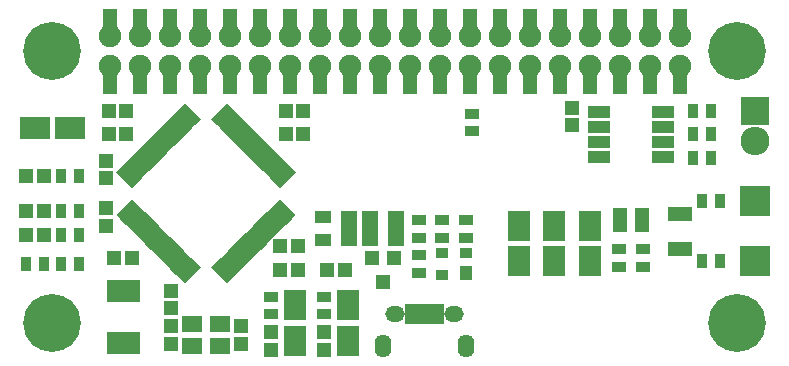
<source format=gts>
G04 #@! TF.FileFunction,Soldermask,Top*
%FSLAX46Y46*%
G04 Gerber Fmt 4.6, Leading zero omitted, Abs format (unit mm)*
G04 Created by KiCad (PCBNEW 4.0.0-stable) date Tuesday, February 02, 2016 'AMt' 02:20:54 AM*
%MOMM*%
G01*
G04 APERTURE LIST*
%ADD10C,0.100000*%
%ADD11R,1.300000X0.900000*%
%ADD12R,1.200000X1.150000*%
%ADD13R,1.901140X2.548840*%
%ADD14R,1.150000X1.200000*%
%ADD15R,2.548840X1.901140*%
%ADD16R,1.197560X1.197560*%
%ADD17C,4.900000*%
%ADD18R,2.635200X2.635200*%
%ADD19R,0.800000X1.750000*%
%ADD20O,1.650000X1.350000*%
%ADD21O,1.400000X1.950000*%
%ADD22R,0.900000X1.300000*%
%ADD23R,2.100000X1.300000*%
%ADD24R,0.850000X1.850000*%
%ADD25R,1.149300X0.798780*%
%ADD26R,1.700000X1.450000*%
%ADD27R,1.289000X2.080000*%
%ADD28C,1.900000*%
%ADD29R,1.200100X1.200100*%
%ADD30R,1.460000X1.050000*%
%ADD31R,1.000000X1.300000*%
%ADD32R,1.000000X0.900000*%
%ADD33R,1.950000X1.000000*%
%ADD34R,2.432000X2.432000*%
%ADD35O,2.432000X2.432000*%
G04 APERTURE END LIST*
D10*
G36*
X138798097Y-112606423D02*
X138303122Y-113101398D01*
X136959619Y-111757895D01*
X137454594Y-111262920D01*
X138798097Y-112606423D01*
X138798097Y-112606423D01*
G37*
G36*
X139151651Y-112252870D02*
X138656676Y-112747845D01*
X137313173Y-111404342D01*
X137808148Y-110909367D01*
X139151651Y-112252870D01*
X139151651Y-112252870D01*
G37*
G36*
X139505204Y-111899316D02*
X139010229Y-112394291D01*
X137666726Y-111050788D01*
X138161701Y-110555813D01*
X139505204Y-111899316D01*
X139505204Y-111899316D01*
G37*
G36*
X139858757Y-111545763D02*
X139363782Y-112040738D01*
X138020279Y-110697235D01*
X138515254Y-110202260D01*
X139858757Y-111545763D01*
X139858757Y-111545763D01*
G37*
G36*
X140212311Y-111192210D02*
X139717336Y-111687185D01*
X138373833Y-110343682D01*
X138868808Y-109848707D01*
X140212311Y-111192210D01*
X140212311Y-111192210D01*
G37*
G36*
X140565864Y-110838656D02*
X140070889Y-111333631D01*
X138727386Y-109990128D01*
X139222361Y-109495153D01*
X140565864Y-110838656D01*
X140565864Y-110838656D01*
G37*
G36*
X140919418Y-110485103D02*
X140424443Y-110980078D01*
X139080940Y-109636575D01*
X139575915Y-109141600D01*
X140919418Y-110485103D01*
X140919418Y-110485103D01*
G37*
G36*
X141272971Y-110131549D02*
X140777996Y-110626524D01*
X139434493Y-109283021D01*
X139929468Y-108788046D01*
X141272971Y-110131549D01*
X141272971Y-110131549D01*
G37*
G36*
X141626524Y-109777996D02*
X141131549Y-110272971D01*
X139788046Y-108929468D01*
X140283021Y-108434493D01*
X141626524Y-109777996D01*
X141626524Y-109777996D01*
G37*
G36*
X141980078Y-109424443D02*
X141485103Y-109919418D01*
X140141600Y-108575915D01*
X140636575Y-108080940D01*
X141980078Y-109424443D01*
X141980078Y-109424443D01*
G37*
G36*
X142333631Y-109070889D02*
X141838656Y-109565864D01*
X140495153Y-108222361D01*
X140990128Y-107727386D01*
X142333631Y-109070889D01*
X142333631Y-109070889D01*
G37*
G36*
X142687185Y-108717336D02*
X142192210Y-109212311D01*
X140848707Y-107868808D01*
X141343682Y-107373833D01*
X142687185Y-108717336D01*
X142687185Y-108717336D01*
G37*
G36*
X143040738Y-108363782D02*
X142545763Y-108858757D01*
X141202260Y-107515254D01*
X141697235Y-107020279D01*
X143040738Y-108363782D01*
X143040738Y-108363782D01*
G37*
G36*
X143394291Y-108010229D02*
X142899316Y-108505204D01*
X141555813Y-107161701D01*
X142050788Y-106666726D01*
X143394291Y-108010229D01*
X143394291Y-108010229D01*
G37*
G36*
X143747845Y-107656676D02*
X143252870Y-108151651D01*
X141909367Y-106808148D01*
X142404342Y-106313173D01*
X143747845Y-107656676D01*
X143747845Y-107656676D01*
G37*
G36*
X144101398Y-107303122D02*
X143606423Y-107798097D01*
X142262920Y-106454594D01*
X142757895Y-105959619D01*
X144101398Y-107303122D01*
X144101398Y-107303122D01*
G37*
G36*
X143606423Y-103201903D02*
X144101398Y-103696878D01*
X142757895Y-105040381D01*
X142262920Y-104545406D01*
X143606423Y-103201903D01*
X143606423Y-103201903D01*
G37*
G36*
X143252870Y-102848349D02*
X143747845Y-103343324D01*
X142404342Y-104686827D01*
X141909367Y-104191852D01*
X143252870Y-102848349D01*
X143252870Y-102848349D01*
G37*
G36*
X142899316Y-102494796D02*
X143394291Y-102989771D01*
X142050788Y-104333274D01*
X141555813Y-103838299D01*
X142899316Y-102494796D01*
X142899316Y-102494796D01*
G37*
G36*
X142545763Y-102141243D02*
X143040738Y-102636218D01*
X141697235Y-103979721D01*
X141202260Y-103484746D01*
X142545763Y-102141243D01*
X142545763Y-102141243D01*
G37*
G36*
X142192210Y-101787689D02*
X142687185Y-102282664D01*
X141343682Y-103626167D01*
X140848707Y-103131192D01*
X142192210Y-101787689D01*
X142192210Y-101787689D01*
G37*
G36*
X141838656Y-101434136D02*
X142333631Y-101929111D01*
X140990128Y-103272614D01*
X140495153Y-102777639D01*
X141838656Y-101434136D01*
X141838656Y-101434136D01*
G37*
G36*
X141485103Y-101080582D02*
X141980078Y-101575557D01*
X140636575Y-102919060D01*
X140141600Y-102424085D01*
X141485103Y-101080582D01*
X141485103Y-101080582D01*
G37*
G36*
X141131549Y-100727029D02*
X141626524Y-101222004D01*
X140283021Y-102565507D01*
X139788046Y-102070532D01*
X141131549Y-100727029D01*
X141131549Y-100727029D01*
G37*
G36*
X140777996Y-100373476D02*
X141272971Y-100868451D01*
X139929468Y-102211954D01*
X139434493Y-101716979D01*
X140777996Y-100373476D01*
X140777996Y-100373476D01*
G37*
G36*
X140424443Y-100019922D02*
X140919418Y-100514897D01*
X139575915Y-101858400D01*
X139080940Y-101363425D01*
X140424443Y-100019922D01*
X140424443Y-100019922D01*
G37*
G36*
X140070889Y-99666369D02*
X140565864Y-100161344D01*
X139222361Y-101504847D01*
X138727386Y-101009872D01*
X140070889Y-99666369D01*
X140070889Y-99666369D01*
G37*
G36*
X139717336Y-99312815D02*
X140212311Y-99807790D01*
X138868808Y-101151293D01*
X138373833Y-100656318D01*
X139717336Y-99312815D01*
X139717336Y-99312815D01*
G37*
G36*
X139363782Y-98959262D02*
X139858757Y-99454237D01*
X138515254Y-100797740D01*
X138020279Y-100302765D01*
X139363782Y-98959262D01*
X139363782Y-98959262D01*
G37*
G36*
X139010229Y-98605709D02*
X139505204Y-99100684D01*
X138161701Y-100444187D01*
X137666726Y-99949212D01*
X139010229Y-98605709D01*
X139010229Y-98605709D01*
G37*
G36*
X138656676Y-98252155D02*
X139151651Y-98747130D01*
X137808148Y-100090633D01*
X137313173Y-99595658D01*
X138656676Y-98252155D01*
X138656676Y-98252155D01*
G37*
G36*
X138303122Y-97898602D02*
X138798097Y-98393577D01*
X137454594Y-99737080D01*
X136959619Y-99242105D01*
X138303122Y-97898602D01*
X138303122Y-97898602D01*
G37*
G36*
X136040381Y-99242105D02*
X135545406Y-99737080D01*
X134201903Y-98393577D01*
X134696878Y-97898602D01*
X136040381Y-99242105D01*
X136040381Y-99242105D01*
G37*
G36*
X135686827Y-99595658D02*
X135191852Y-100090633D01*
X133848349Y-98747130D01*
X134343324Y-98252155D01*
X135686827Y-99595658D01*
X135686827Y-99595658D01*
G37*
G36*
X135333274Y-99949212D02*
X134838299Y-100444187D01*
X133494796Y-99100684D01*
X133989771Y-98605709D01*
X135333274Y-99949212D01*
X135333274Y-99949212D01*
G37*
G36*
X134979721Y-100302765D02*
X134484746Y-100797740D01*
X133141243Y-99454237D01*
X133636218Y-98959262D01*
X134979721Y-100302765D01*
X134979721Y-100302765D01*
G37*
G36*
X134626167Y-100656318D02*
X134131192Y-101151293D01*
X132787689Y-99807790D01*
X133282664Y-99312815D01*
X134626167Y-100656318D01*
X134626167Y-100656318D01*
G37*
G36*
X134272614Y-101009872D02*
X133777639Y-101504847D01*
X132434136Y-100161344D01*
X132929111Y-99666369D01*
X134272614Y-101009872D01*
X134272614Y-101009872D01*
G37*
G36*
X133919060Y-101363425D02*
X133424085Y-101858400D01*
X132080582Y-100514897D01*
X132575557Y-100019922D01*
X133919060Y-101363425D01*
X133919060Y-101363425D01*
G37*
G36*
X133565507Y-101716979D02*
X133070532Y-102211954D01*
X131727029Y-100868451D01*
X132222004Y-100373476D01*
X133565507Y-101716979D01*
X133565507Y-101716979D01*
G37*
G36*
X133211954Y-102070532D02*
X132716979Y-102565507D01*
X131373476Y-101222004D01*
X131868451Y-100727029D01*
X133211954Y-102070532D01*
X133211954Y-102070532D01*
G37*
G36*
X132858400Y-102424085D02*
X132363425Y-102919060D01*
X131019922Y-101575557D01*
X131514897Y-101080582D01*
X132858400Y-102424085D01*
X132858400Y-102424085D01*
G37*
G36*
X132504847Y-102777639D02*
X132009872Y-103272614D01*
X130666369Y-101929111D01*
X131161344Y-101434136D01*
X132504847Y-102777639D01*
X132504847Y-102777639D01*
G37*
G36*
X132151293Y-103131192D02*
X131656318Y-103626167D01*
X130312815Y-102282664D01*
X130807790Y-101787689D01*
X132151293Y-103131192D01*
X132151293Y-103131192D01*
G37*
G36*
X131797740Y-103484746D02*
X131302765Y-103979721D01*
X129959262Y-102636218D01*
X130454237Y-102141243D01*
X131797740Y-103484746D01*
X131797740Y-103484746D01*
G37*
G36*
X131444187Y-103838299D02*
X130949212Y-104333274D01*
X129605709Y-102989771D01*
X130100684Y-102494796D01*
X131444187Y-103838299D01*
X131444187Y-103838299D01*
G37*
G36*
X131090633Y-104191852D02*
X130595658Y-104686827D01*
X129252155Y-103343324D01*
X129747130Y-102848349D01*
X131090633Y-104191852D01*
X131090633Y-104191852D01*
G37*
G36*
X130737080Y-104545406D02*
X130242105Y-105040381D01*
X128898602Y-103696878D01*
X129393577Y-103201903D01*
X130737080Y-104545406D01*
X130737080Y-104545406D01*
G37*
G36*
X130242105Y-105959619D02*
X130737080Y-106454594D01*
X129393577Y-107798097D01*
X128898602Y-107303122D01*
X130242105Y-105959619D01*
X130242105Y-105959619D01*
G37*
G36*
X130595658Y-106313173D02*
X131090633Y-106808148D01*
X129747130Y-108151651D01*
X129252155Y-107656676D01*
X130595658Y-106313173D01*
X130595658Y-106313173D01*
G37*
G36*
X130949212Y-106666726D02*
X131444187Y-107161701D01*
X130100684Y-108505204D01*
X129605709Y-108010229D01*
X130949212Y-106666726D01*
X130949212Y-106666726D01*
G37*
G36*
X131302765Y-107020279D02*
X131797740Y-107515254D01*
X130454237Y-108858757D01*
X129959262Y-108363782D01*
X131302765Y-107020279D01*
X131302765Y-107020279D01*
G37*
G36*
X131656318Y-107373833D02*
X132151293Y-107868808D01*
X130807790Y-109212311D01*
X130312815Y-108717336D01*
X131656318Y-107373833D01*
X131656318Y-107373833D01*
G37*
G36*
X132009872Y-107727386D02*
X132504847Y-108222361D01*
X131161344Y-109565864D01*
X130666369Y-109070889D01*
X132009872Y-107727386D01*
X132009872Y-107727386D01*
G37*
G36*
X132363425Y-108080940D02*
X132858400Y-108575915D01*
X131514897Y-109919418D01*
X131019922Y-109424443D01*
X132363425Y-108080940D01*
X132363425Y-108080940D01*
G37*
G36*
X132716979Y-108434493D02*
X133211954Y-108929468D01*
X131868451Y-110272971D01*
X131373476Y-109777996D01*
X132716979Y-108434493D01*
X132716979Y-108434493D01*
G37*
G36*
X133070532Y-108788046D02*
X133565507Y-109283021D01*
X132222004Y-110626524D01*
X131727029Y-110131549D01*
X133070532Y-108788046D01*
X133070532Y-108788046D01*
G37*
G36*
X133424085Y-109141600D02*
X133919060Y-109636575D01*
X132575557Y-110980078D01*
X132080582Y-110485103D01*
X133424085Y-109141600D01*
X133424085Y-109141600D01*
G37*
G36*
X133777639Y-109495153D02*
X134272614Y-109990128D01*
X132929111Y-111333631D01*
X132434136Y-110838656D01*
X133777639Y-109495153D01*
X133777639Y-109495153D01*
G37*
G36*
X134131192Y-109848707D02*
X134626167Y-110343682D01*
X133282664Y-111687185D01*
X132787689Y-111192210D01*
X134131192Y-109848707D01*
X134131192Y-109848707D01*
G37*
G36*
X134484746Y-110202260D02*
X134979721Y-110697235D01*
X133636218Y-112040738D01*
X133141243Y-111545763D01*
X134484746Y-110202260D01*
X134484746Y-110202260D01*
G37*
G36*
X134838299Y-110555813D02*
X135333274Y-111050788D01*
X133989771Y-112394291D01*
X133494796Y-111899316D01*
X134838299Y-110555813D01*
X134838299Y-110555813D01*
G37*
G36*
X135191852Y-110909367D02*
X135686827Y-111404342D01*
X134343324Y-112747845D01*
X133848349Y-112252870D01*
X135191852Y-110909367D01*
X135191852Y-110909367D01*
G37*
G36*
X135545406Y-111262920D02*
X136040381Y-111757895D01*
X134696878Y-113101398D01*
X134201903Y-112606423D01*
X135545406Y-111262920D01*
X135545406Y-111262920D01*
G37*
D11*
X156500000Y-107750000D03*
X156500000Y-109250000D03*
D12*
X142750000Y-110000000D03*
X144250000Y-110000000D03*
X143250000Y-100500000D03*
X144750000Y-100500000D03*
X129750000Y-98500000D03*
X128250000Y-98500000D03*
X143250000Y-98500000D03*
X144750000Y-98500000D03*
D13*
X169000000Y-111272280D03*
X169000000Y-108270000D03*
D14*
X133500000Y-113750000D03*
X133500000Y-115250000D03*
D12*
X129750000Y-100500000D03*
X128250000Y-100500000D03*
D13*
X166000000Y-111272280D03*
X166000000Y-108270000D03*
D12*
X130250000Y-111000000D03*
X128750000Y-111000000D03*
D13*
X163000000Y-111272280D03*
X163000000Y-108270000D03*
X148500000Y-118001140D03*
X148500000Y-114998860D03*
D14*
X128000000Y-108250000D03*
X128000000Y-106750000D03*
X146500000Y-117250000D03*
X146500000Y-118750000D03*
D15*
X121998860Y-100000000D03*
X125001140Y-100000000D03*
D13*
X144000000Y-118001140D03*
X144000000Y-114998860D03*
D14*
X128000000Y-104250000D03*
X128000000Y-102750000D03*
X133500000Y-118250000D03*
X133500000Y-116750000D03*
X142000000Y-117250000D03*
X142000000Y-118750000D03*
X139500000Y-116750000D03*
X139500000Y-118250000D03*
D16*
X121250700Y-107000000D03*
X122749300Y-107000000D03*
X121250700Y-109000000D03*
X122749300Y-109000000D03*
D17*
X123500000Y-116500000D03*
X181500000Y-116500000D03*
X181500000Y-93500000D03*
X123500000Y-93500000D03*
D18*
X182980000Y-111280000D03*
X182980000Y-106200000D03*
D19*
X153699100Y-115714611D03*
X154349100Y-115714611D03*
X154999100Y-115714611D03*
X155649100Y-115714611D03*
X156299100Y-115714611D03*
D20*
X152499100Y-115714611D03*
X157499100Y-115714611D03*
D21*
X151499100Y-118414611D03*
X158499100Y-118414611D03*
D22*
X121250000Y-111500000D03*
X122750000Y-111500000D03*
X124250000Y-111500000D03*
X125750000Y-111500000D03*
D11*
X171500000Y-111750000D03*
X171500000Y-110250000D03*
X173500000Y-110250000D03*
X173500000Y-111750000D03*
X159000000Y-98750000D03*
X159000000Y-100250000D03*
D22*
X178500000Y-111280000D03*
X180000000Y-111280000D03*
D23*
X176630000Y-107290000D03*
X176630000Y-110190000D03*
D22*
X178500000Y-106200000D03*
X180000000Y-106200000D03*
X124250000Y-107000000D03*
X125750000Y-107000000D03*
X124250000Y-109000000D03*
X125750000Y-109000000D03*
D11*
X158500000Y-107750000D03*
X158500000Y-109250000D03*
D24*
X130475000Y-113800000D03*
X129825000Y-113800000D03*
X129175000Y-113800000D03*
X128525000Y-113800000D03*
X128525000Y-118200000D03*
X129175000Y-118200000D03*
X129825000Y-118200000D03*
X130475000Y-118200000D03*
D25*
X173449960Y-108420240D03*
X173449960Y-107770000D03*
X173449960Y-107119760D03*
X171550040Y-107119760D03*
X171550040Y-107770000D03*
X171550040Y-108420240D03*
D26*
X135350000Y-118425000D03*
X137650000Y-118425000D03*
X137650000Y-116575000D03*
X135350000Y-116575000D03*
D27*
X128370000Y-96080000D03*
X128370000Y-90920000D03*
X130910000Y-96080000D03*
X130910000Y-90920000D03*
X133450000Y-96080000D03*
X133450000Y-90920000D03*
X135990000Y-96080000D03*
X135990000Y-90920000D03*
X138530000Y-96080000D03*
X138530000Y-90920000D03*
X141070000Y-96080000D03*
X141070000Y-90920000D03*
X143610000Y-96080000D03*
X143610000Y-90920000D03*
X146150000Y-96080000D03*
X146150000Y-90920000D03*
X148690000Y-96080000D03*
X148690000Y-90920000D03*
X151230000Y-96080000D03*
X151230000Y-90920000D03*
X153770000Y-96080000D03*
X153770000Y-90920000D03*
X156310000Y-96080000D03*
X156310000Y-90920000D03*
X158850000Y-96080000D03*
X158850000Y-90920000D03*
D28*
X128370000Y-94770000D03*
X128370000Y-92230000D03*
X130910000Y-94770000D03*
X133450000Y-94770000D03*
X135990000Y-94770000D03*
X138530000Y-94770000D03*
X141070000Y-94770000D03*
X143610000Y-94770000D03*
X146150000Y-94770000D03*
X148690000Y-94770000D03*
X151230000Y-94770000D03*
X153770000Y-94770000D03*
X156310000Y-94770000D03*
X158850000Y-94770000D03*
X130910000Y-92230000D03*
X133450000Y-92230000D03*
X135990000Y-92230000D03*
X138530000Y-92230000D03*
X141070000Y-92230000D03*
X143610000Y-92230000D03*
X146150000Y-92230000D03*
X148690000Y-92230000D03*
X151230000Y-92230000D03*
X153770000Y-92230000D03*
X156310000Y-92230000D03*
X158850000Y-92230000D03*
X161390000Y-94770000D03*
X163930000Y-94770000D03*
X166470000Y-94770000D03*
X169010000Y-94770000D03*
X171550000Y-94770000D03*
X174090000Y-94770000D03*
X176630000Y-94770000D03*
X176630000Y-92230000D03*
X174090000Y-92230000D03*
X171550000Y-92230000D03*
X169010000Y-92230000D03*
X166470000Y-92230000D03*
X163930000Y-92230000D03*
X161390000Y-92230000D03*
D27*
X161390000Y-96080000D03*
X163930000Y-96080000D03*
X166470000Y-96080000D03*
X169010000Y-96080000D03*
X171550000Y-96080000D03*
X174090000Y-96080000D03*
X176630000Y-96080000D03*
X176630000Y-90920000D03*
X174090000Y-90920000D03*
X171550000Y-90920000D03*
X169010000Y-90920000D03*
X166470000Y-90920000D03*
X163930000Y-90920000D03*
X161390000Y-90920000D03*
D11*
X142000000Y-114250000D03*
X142000000Y-115750000D03*
X146500000Y-114250000D03*
X146500000Y-115750000D03*
D29*
X152450000Y-110999240D03*
X150550000Y-110999240D03*
X151500000Y-112998220D03*
D30*
X150400000Y-107550000D03*
X150400000Y-108500000D03*
X150400000Y-109450000D03*
X152600000Y-109450000D03*
X152600000Y-107550000D03*
X152600000Y-108500000D03*
D11*
X154500000Y-109250000D03*
X154500000Y-107750000D03*
X154500000Y-110750000D03*
X154500000Y-112250000D03*
D31*
X158500000Y-112250000D03*
D32*
X158500000Y-110550000D03*
X156500000Y-110550000D03*
X156500000Y-112450000D03*
D16*
X121250700Y-104000000D03*
X122749300Y-104000000D03*
D22*
X124250000Y-104000000D03*
X125750000Y-104000000D03*
D12*
X148250000Y-112000000D03*
X146750000Y-112000000D03*
X144250000Y-112000000D03*
X142750000Y-112000000D03*
D30*
X148600000Y-109450000D03*
X148600000Y-108500000D03*
X148600000Y-107550000D03*
X146400000Y-107550000D03*
X146400000Y-109450000D03*
D33*
X169800000Y-98595000D03*
X169800000Y-99865000D03*
X169800000Y-101135000D03*
X169800000Y-102405000D03*
X175200000Y-102405000D03*
X175200000Y-101135000D03*
X175200000Y-99865000D03*
X175200000Y-98595000D03*
D34*
X182980000Y-98580000D03*
D35*
X182980000Y-101120000D03*
D22*
X179250000Y-98500000D03*
X177750000Y-98500000D03*
X179250000Y-102500000D03*
X177750000Y-102500000D03*
X179250000Y-100500000D03*
X177750000Y-100500000D03*
D14*
X167500000Y-98250000D03*
X167500000Y-99750000D03*
M02*

</source>
